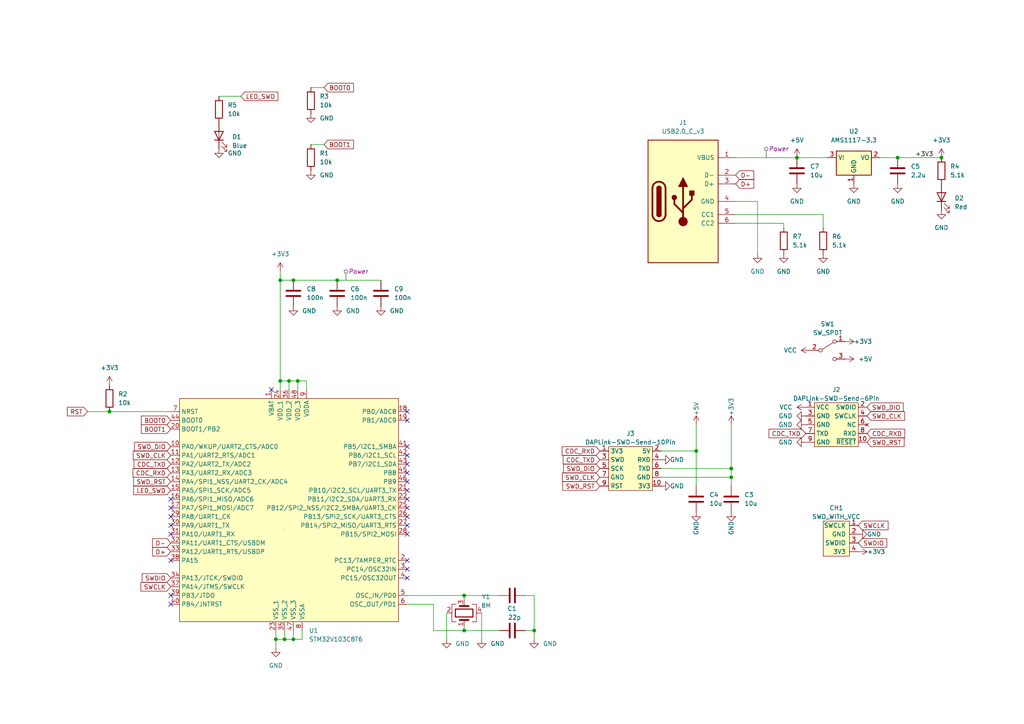
<source format=kicad_sch>
(kicad_sch (version 20230121) (generator eeschema)
  (paper "A4")
  (lib_symbols
    (symbol "$74th:DAPLink-SWD-Send-Side10Pin"
      (property "Reference" "J" (at 0 7.62 0))
      (property "Value" "DAPLink-SWD-Send-Side10Pin" (at 0 5.08 0))
      (symbol "DAPLink-SWD-Send-Side10Pin_0_1"
        (rectangle (start -6.35 3.81) (end 6.35 -8.89) (fill (type background)))
      )
      (symbol "DAPLink-SWD-Send-Side10Pin_1_1"
        (pin power_in line (at -8.89 2.54 0) (length 2.54) (name "3V3") (number "1"))
        (pin power_in line (at 8.89 -7.62 180) (length 2.54) (name "3V3") (number "10"))
        (pin power_in line (at 8.89 2.54 180) (length 2.54) (name "5V") (number "2"))
        (pin bidirectional line (at -8.89 0 0) (length 2.54) (name "SWD") (number "3"))
        (pin input line (at 8.89 0 180) (length 2.54) (name "RXD") (number "4"))
        (pin output line (at -8.89 -2.54 0) (length 2.54) (name "SCK") (number "5"))
        (pin output line (at 8.89 -2.54 180) (length 2.54) (name "TXD") (number "6"))
        (pin power_in line (at -8.89 -5.08 0) (length 2.54) (name "GND") (number "7"))
        (pin power_in line (at 8.89 -5.08 180) (length 2.54) (name "GND") (number "8"))
        (pin output line (at -8.89 -7.62 0) (length 2.54) (name "RST") (number "9"))
      )
    )
    (symbol "$74th:STM32F103C8T6"
      (property "Reference" "U" (at -24.13 25.4 0))
      (property "Value" "STM32V103C8T6" (at -24.13 27.94 0))
      (symbol "STM32F103C8T6_0_1"
        (rectangle (start -31.75 22.86) (end 31.75 -41.91) (stroke (width 0.1524)) (fill (type background)))
        (rectangle (start -1.27 -15.24) (end -1.27 -15.24) (stroke (width 0.1524)))
      )
      (symbol "STM32F103C8T6_1_1"
        (pin power_in line (at -5.08 25.4 270) (length 2.54) (name "VBAT") (number "1"))
        (pin bidirectional line (at -34.29 8.89 0) (length 2.54) (name "PA0/WKUP/UART2_CTS/ADC0") (number "10"))
        (pin bidirectional line (at -34.29 6.35 0) (length 2.54) (name "PA1/UART2_RTS/ADC1") (number "11"))
        (pin bidirectional line (at -34.29 3.81 0) (length 2.54) (name "PA2/UART2_TX/ADC2") (number "12"))
        (pin bidirectional line (at -34.29 1.27 0) (length 2.54) (name "PA3/UART2_RX/ADC3") (number "13"))
        (pin bidirectional line (at -34.29 -1.27 0) (length 2.54) (name "PA4/SPI1_NSS/UART2_CK/ADC4") (number "14"))
        (pin bidirectional line (at -34.29 -3.81 0) (length 2.54) (name "PA5/SPI1_SCK/ADC5") (number "15"))
        (pin bidirectional line (at -34.29 -6.35 0) (length 2.54) (name "PA6/SPI1_MISO/ADC6") (number "16"))
        (pin bidirectional line (at -34.29 -8.89 0) (length 2.54) (name "PA7/SPI1_MOSI/ADC7") (number "17"))
        (pin bidirectional line (at 34.29 19.05 180) (length 2.54) (name "PB0/ADC8") (number "18"))
        (pin bidirectional line (at 34.29 16.51 180) (length 2.54) (name "PB1/ADC9") (number "19"))
        (pin bidirectional line (at 34.29 -24.13 180) (length 2.54) (name "PC13/TAMPER_RTC") (number "2"))
        (pin bidirectional line (at -34.29 13.97 0) (length 2.54) (name "BOOT1/PB2") (number "20"))
        (pin bidirectional line (at 34.29 -3.81 180) (length 2.54) (name "PB10/I2C2_SCL/UART3_TX") (number "21"))
        (pin bidirectional line (at 34.29 -6.35 180) (length 2.54) (name "PB11/I2C2_SDA/UART3_RX") (number "22"))
        (pin power_in line (at -3.81 -44.45 90) (length 2.54) (name "VSS_1") (number "23"))
        (pin power_in line (at -2.54 25.4 270) (length 2.54) (name "VDD_1") (number "24"))
        (pin bidirectional line (at 34.29 -8.89 180) (length 2.54) (name "PB12/SPI2_NSS/I2C2_SMBA/UART3_CK") (number "25"))
        (pin bidirectional line (at 34.29 -11.43 180) (length 2.54) (name "PB13/SPI2_SCK/UART3_CTS") (number "26"))
        (pin bidirectional line (at 34.29 -13.97 180) (length 2.54) (name "PB14/SPI2_MISO/UART3_RTS") (number "27"))
        (pin bidirectional line (at 34.29 -16.51 180) (length 2.54) (name "PB15/SPI2_MOSI") (number "28"))
        (pin bidirectional line (at -34.29 -11.43 0) (length 2.54) (name "PA8/UART1_CK") (number "29"))
        (pin bidirectional line (at 34.29 -26.67 180) (length 2.54) (name "PC14/OSC32IN") (number "3"))
        (pin bidirectional line (at -34.29 -13.97 0) (length 2.54) (name "PA9/UART1_TX") (number "30"))
        (pin bidirectional line (at -34.29 -16.51 0) (length 2.54) (name "PA10/UART1_RX") (number "31"))
        (pin bidirectional line (at -34.29 -19.05 0) (length 2.54) (name "PA11/UART1_CTS/USBDM") (number "32"))
        (pin bidirectional line (at -34.29 -21.59 0) (length 2.54) (name "PA12/UART1_RTS/USBDP") (number "33"))
        (pin bidirectional line (at -34.29 -29.21 0) (length 2.54) (name "PA13/JTCK/SWDIO") (number "34"))
        (pin power_in line (at -1.27 -44.45 90) (length 2.54) (name "VSS_2") (number "35"))
        (pin power_in line (at 0 25.4 270) (length 2.54) (name "VDD_2") (number "36"))
        (pin bidirectional line (at -34.29 -31.75 0) (length 2.54) (name "PA14/JTMS/SWCLK") (number "37"))
        (pin bidirectional line (at -34.29 -24.13 0) (length 2.54) (name "PA15") (number "38"))
        (pin bidirectional line (at -34.29 -34.29 0) (length 2.54) (name "PB3/JTDO") (number "39"))
        (pin bidirectional line (at 34.29 -29.21 180) (length 2.54) (name "PC15/OSC32OUT") (number "4"))
        (pin bidirectional line (at -34.29 -36.83 0) (length 2.54) (name "PB4/JNTRST") (number "40"))
        (pin bidirectional line (at 34.29 8.89 180) (length 2.54) (name "PB5/I2C1_SMBA") (number "41"))
        (pin bidirectional line (at 34.29 6.35 180) (length 2.54) (name "PB6/I2C1_SCL") (number "42"))
        (pin bidirectional line (at 34.29 3.81 180) (length 2.54) (name "PB7/I2C1_SDA") (number "43"))
        (pin input line (at -34.29 16.51 0) (length 2.54) (name "BOOT0") (number "44"))
        (pin bidirectional line (at 34.29 1.27 180) (length 2.54) (name "PB8") (number "45"))
        (pin bidirectional line (at 34.29 -1.27 180) (length 2.54) (name "PB9") (number "46"))
        (pin power_in line (at 1.27 -44.45 90) (length 2.54) (name "VSS_3") (number "47"))
        (pin power_in line (at 2.54 25.4 270) (length 2.54) (name "VDD_3") (number "48"))
        (pin bidirectional line (at 34.29 -34.29 180) (length 2.54) (name "OSC_IN/PD0") (number "5"))
        (pin bidirectional line (at 34.29 -36.83 180) (length 2.54) (name "OSC_OUT/PD1") (number "6"))
        (pin input line (at -34.29 19.05 0) (length 2.54) (name "NRST") (number "7"))
        (pin input line (at 3.81 -44.45 90) (length 2.54) (name "VSSA") (number "8"))
        (pin input line (at 5.08 25.4 270) (length 2.54) (name "VDDA") (number "9"))
      )
    )
    (symbol "$74th:SWD-Debugger_Side-10Pin"
      (property "Reference" "J" (at 0 7.62 0))
      (property "Value" "SWD-Debugger_Side-10Pin" (at 0 5.08 0))
      (symbol "SWD-Debugger_Side-10Pin_0_1"
        (rectangle (start -6.35 3.81) (end 6.35 -8.89) (fill (type background)))
      )
      (symbol "SWD-Debugger_Side-10Pin_1_1"
        (pin power_in line (at -8.89 2.54 0) (length 2.54) (name "VCC") (number "1"))
        (pin bidirectional line (at 8.89 -7.62 180) (length 2.54) (name "~{RESET}") (number "10"))
        (pin bidirectional line (at 8.89 2.54 180) (length 2.54) (name "SWDIO") (number "2"))
        (pin power_in line (at -8.89 0 0) (length 2.54) (name "GND") (number "3"))
        (pin input line (at 8.89 0 180) (length 2.54) (name "SWCLK") (number "4"))
        (pin power_in line (at -8.89 -2.54 0) (length 2.54) (name "GND") (number "5"))
        (pin no_connect line (at 8.89 -2.54 180) (length 2.54) (name "NC") (number "6"))
        (pin output line (at -8.89 -5.08 0) (length 2.54) (name "TXD") (number "7"))
        (pin input line (at 8.89 -5.08 180) (length 2.54) (name "RXD") (number "8"))
        (pin power_in line (at -8.89 -7.62 0) (length 2.54) (name "GND") (number "9"))
      )
    )
    (symbol "$74th:SWD_WITH_VCC" (pin_names (offset 1.016))
      (property "Reference" "CH" (at 0 7.62 0))
      (property "Value" "SWD_WITH_VCC" (at 1.27 10.16 0))
      (symbol "SWD_WITH_VCC_0_1"
        (rectangle (start -3.81 6.35) (end 3.81 -3.81) (fill (type background)))
      )
      (symbol "SWD_WITH_VCC_1_1"
        (pin input line (at 6.35 5.08 180) (length 2.54) (name "SWCLK") (number "1"))
        (pin power_in line (at 6.35 2.54 180) (length 2.54) (name "GND") (number "2"))
        (pin input line (at 6.35 0 180) (length 2.54) (name "SWDIO") (number "3"))
        (pin power_in line (at 6.35 -2.54 180) (length 2.54) (name "3V3") (number "4"))
      )
    )
    (symbol "$74th:USB2.0_C_v3" (pin_names (offset 1.016))
      (property "Reference" "J" (at -10.16 19.05 0))
      (property "Value" "USB2.0_C_v3" (at 12.7 19.05 0))
      (symbol "USB2.0_C_v3_0_1"
        (rectangle (start -10.16 17.78) (end 10.16 -17.78) (stroke (width 0.254)) (fill (type background)))
        (arc (start -8.89 -3.81) (mid -6.985 -5.7067) (end -5.08 -3.81) (stroke (width 0.508)))
        (arc (start -7.62 -3.81) (mid -6.985 -4.4423) (end -6.35 -3.81) (stroke (width 0.254)))
        (arc (start -7.62 -3.81) (mid -6.985 -4.4423) (end -6.35 -3.81) (stroke (width 0.254)) (fill (type outline)))
        (rectangle (start -7.62 -3.81) (end -6.35 3.81) (stroke (width 0.254)) (fill (type outline)))
        (arc (start -6.35 3.81) (mid -6.985 4.4423) (end -7.62 3.81) (stroke (width 0.254)))
        (arc (start -6.35 3.81) (mid -6.985 4.4423) (end -7.62 3.81) (stroke (width 0.254)) (fill (type outline)))
        (arc (start -5.08 3.81) (mid -6.985 5.7067) (end -8.89 3.81) (stroke (width 0.508)))
        (circle (center -2.54 1.143) (radius 0.635) (stroke (width 0.254)) (fill (type outline)))
        (circle (center 0 -5.842) (radius 1.27) (fill (type outline)))
        (polyline (pts (xy -8.89 -3.81) (xy -8.89 3.81)) (stroke (width 0.508)))
        (polyline (pts (xy -5.08 3.81) (xy -5.08 -3.81)) (stroke (width 0.508)))
        (polyline (pts (xy 0 -5.842) (xy 0 4.318)) (stroke (width 0.508)))
        (polyline (pts (xy 0 -3.302) (xy -2.54 -0.762) (xy -2.54 0.508)) (stroke (width 0.508)))
        (polyline (pts (xy 0 -2.032) (xy 2.54 0.508) (xy 2.54 1.778)) (stroke (width 0.508)))
        (polyline (pts (xy -1.27 4.318) (xy 0 6.858) (xy 1.27 4.318) (xy -1.27 4.318)) (stroke (width 0.254)) (fill (type outline)))
        (rectangle (start 1.905 1.778) (end 3.175 3.048) (stroke (width 0.254)) (fill (type outline)))
      )
      (symbol "USB2.0_C_v3_1_1"
        (pin power_out line (at 15.24 12.7 180) (length 5.08) (name "VBUS") (number "1"))
        (pin bidirectional line (at 15.24 7.62 180) (length 5.08) (name "D-") (number "2"))
        (pin bidirectional line (at 15.24 5.08 180) (length 5.08) (name "D+") (number "3"))
        (pin power_out line (at 15.24 0 180) (length 5.08) (name "GND") (number "4"))
        (pin bidirectional line (at 15.24 -3.81 180) (length 5.08) (name "CC1") (number "5"))
        (pin bidirectional line (at 15.24 -6.35 180) (length 5.08) (name "CC2") (number "6"))
      )
    )
    (symbol "Device:C" (pin_numbers hide) (pin_names (offset 0.254))
      (property "Reference" "C" (at 0.635 2.54 0))
      (property "Value" "C" (at 0.635 -2.54 0))
      (symbol "C_0_1"
        (polyline (pts (xy -2.032 -0.762) (xy 2.032 -0.762)) (stroke (width 0.508)))
        (polyline (pts (xy -2.032 0.762) (xy 2.032 0.762)) (stroke (width 0.508)))
      )
      (symbol "C_1_1"
        (pin passive line (at 0 3.81 270) (length 2.794) (name "~") (number "1"))
        (pin passive line (at 0 -3.81 90) (length 2.794) (name "~") (number "2"))
      )
    )
    (symbol "Device:Crystal_GND24" (pin_names (offset 1.016) hide)
      (property "Reference" "Y" (at 3.175 5.08 0))
      (property "Value" "Crystal_GND24" (at 3.175 3.175 0))
      (symbol "Crystal_GND24_0_1"
        (rectangle (start -1.143 2.54) (end 1.143 -2.54) (stroke (width 0.3048)))
        (polyline (pts (xy -2.54 0) (xy -2.032 0)))
        (polyline (pts (xy -2.032 -1.27) (xy -2.032 1.27)) (stroke (width 0.508)))
        (polyline (pts (xy 0 -3.81) (xy 0 -3.556)))
        (polyline (pts (xy 0 3.556) (xy 0 3.81)))
        (polyline (pts (xy 2.032 -1.27) (xy 2.032 1.27)) (stroke (width 0.508)))
        (polyline (pts (xy 2.032 0) (xy 2.54 0)))
        (polyline (pts (xy -2.54 -2.286) (xy -2.54 -3.556) (xy 2.54 -3.556) (xy 2.54 -2.286)))
        (polyline (pts (xy -2.54 2.286) (xy -2.54 3.556) (xy 2.54 3.556) (xy 2.54 2.286)))
      )
      (symbol "Crystal_GND24_1_1"
        (pin passive line (at -3.81 0 0) (length 1.27) (name "1") (number "1"))
        (pin passive line (at 0 5.08 270) (length 1.27) (name "2") (number "2"))
        (pin passive line (at 3.81 0 180) (length 1.27) (name "3") (number "3"))
        (pin passive line (at 0 -5.08 90) (length 1.27) (name "4") (number "4"))
      )
    )
    (symbol "Device:LED" (pin_numbers hide) (pin_names (offset 1.016) hide)
      (property "Reference" "D" (at 0 2.54 0))
      (property "Value" "LED" (at 0 -2.54 0))
      (symbol "LED_0_1"
        (polyline (pts (xy -1.27 -1.27) (xy -1.27 1.27)) (stroke (width 0.254)))
        (polyline (pts (xy -1.27 0) (xy 1.27 0)))
        (polyline (pts (xy 1.27 -1.27) (xy 1.27 1.27) (xy -1.27 0) (xy 1.27 -1.27)) (stroke (width 0.254)))
        (polyline (pts (xy -3.048 -0.762) (xy -4.572 -2.286) (xy -3.81 -2.286) (xy -4.572 -2.286) (xy -4.572 -1.524)))
        (polyline (pts (xy -1.778 -0.762) (xy -3.302 -2.286) (xy -2.54 -2.286) (xy -3.302 -2.286) (xy -3.302 -1.524)))
      )
      (symbol "LED_1_1"
        (pin passive line (at -3.81 0 0) (length 2.54) (name "K") (number "1"))
        (pin passive line (at 3.81 0 180) (length 2.54) (name "A") (number "2"))
      )
    )
    (symbol "Device:R" (pin_numbers hide) (pin_names (offset 0))
      (property "Reference" "R" (at 2.032 0 90))
      (property "Value" "R" (at 0 0 90))
      (symbol "R_0_1"
        (rectangle (start -1.016 -2.54) (end 1.016 2.54) (stroke (width 0.254)))
      )
      (symbol "R_1_1"
        (pin passive line (at 0 3.81 270) (length 1.27) (name "~") (number "1"))
        (pin passive line (at 0 -3.81 90) (length 1.27) (name "~") (number "2"))
      )
    )
    (symbol "Regulator_Linear:AMS1117-3.3"
      (property "Reference" "U" (at -3.81 3.175 0))
      (property "Value" "AMS1117-3.3" (at 0 3.175 0))
      (symbol "AMS1117-3.3_0_1"
        (rectangle (start -5.08 -5.08) (end 5.08 1.905) (stroke (width 0.254)) (fill (type background)))
      )
      (symbol "AMS1117-3.3_1_1"
        (pin power_in line (at 0 -7.62 90) (length 2.54) (name "GND") (number "1"))
        (pin power_out line (at 7.62 0 180) (length 2.54) (name "VO") (number "2"))
        (pin power_in line (at -7.62 0 0) (length 2.54) (name "VI") (number "3"))
      )
    )
    (symbol "Switch:SW_SPDT" (pin_names (offset 0) hide)
      (property "Reference" "SW" (at 0 4.318 0))
      (property "Value" "SW_SPDT" (at 0 -5.08 0))
      (symbol "SW_SPDT_0_0"
        (circle (center -2.032 0) (radius 0.508))
        (circle (center 2.032 -2.54) (radius 0.508))
      )
      (symbol "SW_SPDT_0_1"
        (polyline (pts (xy -1.524 0.254) (xy 1.651 2.286)))
        (circle (center 2.032 2.54) (radius 0.508))
      )
      (symbol "SW_SPDT_1_1"
        (pin passive line (at 5.08 2.54 180) (length 2.54) (name "A") (number "1"))
        (pin passive line (at -5.08 0 0) (length 2.54) (name "B") (number "2"))
        (pin passive line (at 5.08 -2.54 180) (length 2.54) (name "C") (number "3"))
      )
    )
    (symbol "power:+3V3" (power) (pin_names (offset 0))
      (property "Value" "+3V3" (at 0 3.556 0))
      (symbol "+3V3_0_1"
        (polyline (pts (xy -0.762 1.27) (xy 0 2.54)))
        (polyline (pts (xy 0 0) (xy 0 2.54)))
        (polyline (pts (xy 0 2.54) (xy 0.762 1.27)))
      )
      (symbol "+3V3_1_1"
        (pin power_in line (at 0 0 90) (length 0) hide (name "+3V3") (number "1"))
      )
    )
    (symbol "power:+5V" (power) (pin_names (offset 0))
      (property "Value" "+5V" (at 0 3.556 0))
      (symbol "+5V_0_1"
        (polyline (pts (xy -0.762 1.27) (xy 0 2.54)))
        (polyline (pts (xy 0 0) (xy 0 2.54)))
        (polyline (pts (xy 0 2.54) (xy 0.762 1.27)))
      )
      (symbol "+5V_1_1"
        (pin power_in line (at 0 0 90) (length 0) hide (name "+5V") (number "1"))
      )
    )
    (symbol "power:GND" (power) (pin_names (offset 0))
      (property "Value" "GND" (at 0 -3.81 0))
      (symbol "GND_0_1"
        (polyline (pts (xy 0 0) (xy 0 -1.27) (xy 1.27 -1.27) (xy 0 -2.54) (xy -1.27 -1.27) (xy 0 -1.27)))
      )
      (symbol "GND_1_1"
        (pin power_in line (at 0 0 270) (length 0) hide (name "GND") (number "1"))
      )
    )
    (symbol "power:VCC" (power) (pin_names (offset 0))
      (property "Value" "VCC" (at 0 3.81 0))
      (symbol "VCC_0_1"
        (polyline (pts (xy -0.762 1.27) (xy 0 2.54)))
        (polyline (pts (xy 0 0) (xy 0 2.54)))
        (polyline (pts (xy 0 2.54) (xy 0.762 1.27)))
      )
      (symbol "VCC_1_1"
        (pin power_in line (at 0 0 90) (length 0) hide (name "VCC") (number "1"))
      )
    )
  )
  (junction (at 83.82 110.49))
  (junction (at 212.09 138.43))
  (junction (at 273.05 45.72))
  (junction (at 201.93 130.81))
  (junction (at 212.09 135.89))
  (junction (at 97.79 81.28))
  (junction (at 154.94 182.88))
  (junction (at 82.55 185.42))
  (junction (at 81.28 81.28))
  (junction (at 260.35 45.72))
  (junction (at 81.28 110.49))
  (junction (at 31.75 119.38))
  (junction (at 231.14 45.72))
  (junction (at 134.62 172.72))
  (junction (at 85.09 81.28))
  (junction (at 86.36 110.49))
  (junction (at 80.01 185.42))
  (junction (at 134.62 182.88))
  (junction (at 85.09 185.42))
  (no_connect (at 118.11 167.64))
  (no_connect (at 118.11 137.16))
  (no_connect (at 118.11 134.62))
  (no_connect (at 118.11 154.94))
  (no_connect (at 49.53 144.78))
  (no_connect (at 49.53 149.86))
  (no_connect (at 118.11 129.54))
  (no_connect (at 118.11 132.08))
  (no_connect (at 118.11 149.86))
  (no_connect (at 49.53 172.72))
  (no_connect (at 49.53 175.26))
  (no_connect (at 118.11 121.92))
  (no_connect (at 118.11 119.38))
  (no_connect (at 118.11 142.24))
  (no_connect (at 118.11 147.32))
  (no_connect (at 118.11 165.1))
  (no_connect (at 118.11 152.4))
  (no_connect (at 49.53 162.56))
  (no_connect (at 118.11 162.56))
  (no_connect (at 49.53 154.94))
  (no_connect (at 49.53 147.32))
  (no_connect (at 49.53 152.4))
  (no_connect (at 78.74 113.03))
  (no_connect (at 118.11 144.78))
  (no_connect (at 118.11 139.7))
  (wire (pts (xy 139.7 177.8) (xy 139.7 185.42)))
  (wire (pts (xy 231.14 45.72) (xy 240.03 45.72)))
  (wire (pts (xy 134.62 172.72) (xy 144.78 172.72)))
  (wire (pts (xy 85.09 182.88) (xy 85.09 185.42)))
  (wire (pts (xy 125.73 175.26) (xy 125.73 182.88)))
  (wire (pts (xy 81.28 110.49) (xy 81.28 113.03)))
  (wire (pts (xy 238.76 62.23) (xy 238.76 66.04)))
  (wire (pts (xy 87.63 185.42) (xy 85.09 185.42)))
  (wire (pts (xy 86.36 110.49) (xy 83.82 110.49)))
  (wire (pts (xy 63.5 27.94) (xy 69.85 27.94)))
  (wire (pts (xy 83.82 110.49) (xy 83.82 113.03)))
  (wire (pts (xy 260.35 45.72) (xy 273.05 45.72)))
  (wire (pts (xy 212.09 138.43) (xy 212.09 140.97)))
  (wire (pts (xy 88.9 113.03) (xy 88.9 110.49)))
  (wire (pts (xy 118.11 175.26) (xy 125.73 175.26)))
  (wire (pts (xy 125.73 182.88) (xy 134.62 182.88)))
  (wire (pts (xy 154.94 182.88) (xy 152.4 182.88)))
  (wire (pts (xy 83.82 110.49) (xy 81.28 110.49)))
  (wire (pts (xy 80.01 185.42) (xy 80.01 187.96)))
  (wire (pts (xy 255.27 45.72) (xy 260.35 45.72)))
  (wire (pts (xy 201.93 130.81) (xy 191.77 130.81)))
  (wire (pts (xy 85.09 81.28) (xy 97.79 81.28)))
  (wire (pts (xy 25.4 119.38) (xy 31.75 119.38)))
  (wire (pts (xy 213.36 62.23) (xy 238.76 62.23)))
  (wire (pts (xy 154.94 185.42) (xy 154.94 182.88)))
  (wire (pts (xy 31.75 119.38) (xy 49.53 119.38)))
  (wire (pts (xy 134.62 172.72) (xy 134.62 173.99)))
  (wire (pts (xy 81.28 81.28) (xy 85.09 81.28)))
  (wire (pts (xy 212.09 135.89) (xy 191.77 135.89)))
  (wire (pts (xy 212.09 135.89) (xy 212.09 138.43)))
  (wire (pts (xy 213.36 45.72) (xy 231.14 45.72)))
  (wire (pts (xy 213.36 64.77) (xy 227.33 64.77)))
  (wire (pts (xy 227.33 64.77) (xy 227.33 66.04)))
  (wire (pts (xy 97.79 81.28) (xy 110.49 81.28)))
  (wire (pts (xy 129.54 177.8) (xy 129.54 185.42)))
  (wire (pts (xy 219.71 58.42) (xy 219.71 73.66)))
  (wire (pts (xy 86.36 110.49) (xy 86.36 113.03)))
  (wire (pts (xy 90.17 25.4) (xy 93.98 25.4)))
  (wire (pts (xy 134.62 181.61) (xy 134.62 182.88)))
  (wire (pts (xy 134.62 182.88) (xy 144.78 182.88)))
  (wire (pts (xy 80.01 182.88) (xy 80.01 185.42)))
  (wire (pts (xy 191.77 138.43) (xy 212.09 138.43)))
  (wire (pts (xy 82.55 185.42) (xy 80.01 185.42)))
  (wire (pts (xy 118.11 172.72) (xy 134.62 172.72)))
  (wire (pts (xy 201.93 123.19) (xy 201.93 130.81)))
  (wire (pts (xy 82.55 182.88) (xy 82.55 185.42)))
  (wire (pts (xy 90.17 41.91) (xy 93.98 41.91)))
  (wire (pts (xy 85.09 185.42) (xy 82.55 185.42)))
  (wire (pts (xy 154.94 172.72) (xy 154.94 182.88)))
  (wire (pts (xy 201.93 130.81) (xy 201.93 140.97)))
  (wire (pts (xy 212.09 123.19) (xy 212.09 135.89)))
  (wire (pts (xy 81.28 81.28) (xy 81.28 110.49)))
  (wire (pts (xy 213.36 58.42) (xy 219.71 58.42)))
  (wire (pts (xy 87.63 182.88) (xy 87.63 185.42)))
  (wire (pts (xy 86.36 110.49) (xy 88.9 110.49)))
  (wire (pts (xy 81.28 78.74) (xy 81.28 81.28)))
  (wire (pts (xy 154.94 172.72) (xy 152.4 172.72)))
  (label "+3V3" (at 265.43 45.72 0))
  (global_label "SWD_CLK" (shape input) (at 251.46 120.65 0) (property "Intersheetrefs" "${INTERSHEET_REFS}" (effects hide)) (property "シート間のリファレンス" "${INTERSHEET_REFS}" (effects hide)))
  (global_label "D+" (shape input) (at 49.53 160.02 180) (property "Intersheetrefs" "${INTERSHEET_REFS}" (effects hide)) (property "シート間のリファレンス" "${INTERSHEET_REFS}" (effects hide)))
  (global_label "BOOT0" (shape input) (at 93.98 25.4 0) (property "Intersheetrefs" "${INTERSHEET_REFS}" (effects hide)) (property "シート間のリファレンス" "${INTERSHEET_REFS}" (effects hide)))
  (global_label "BOOT1" (shape input) (at 49.53 124.46 180) (property "Intersheetrefs" "${INTERSHEET_REFS}" (effects hide)) (property "シート間のリファレンス" "${INTERSHEET_REFS}" (effects hide)))
  (global_label "SWDIO" (shape input) (at 248.92 157.48 0) (property "Intersheetrefs" "${INTERSHEET_REFS}" (effects hide)))
  (global_label "CDC_RXD" (shape input) (at 251.46 125.73 0) (property "Intersheetrefs" "${INTERSHEET_REFS}" (effects hide)) (property "シート間のリファレンス" "${INTERSHEET_REFS}" (effects hide)))
  (global_label "BOOT0" (shape input) (at 49.53 121.92 180) (property "Intersheetrefs" "${INTERSHEET_REFS}" (effects hide)) (property "シート間のリファレンス" "${INTERSHEET_REFS}" (effects hide)))
  (global_label "LED_SWD" (shape input) (at 49.53 142.24 180) (property "Intersheetrefs" "${INTERSHEET_REFS}" (effects hide)) (property "シート間のリファレンス" "${INTERSHEET_REFS}" (effects hide)))
  (global_label "CDC_TXD" (shape input) (at 49.53 134.62 180) (property "Intersheetrefs" "${INTERSHEET_REFS}" (effects hide)) (property "シート間のリファレンス" "${INTERSHEET_REFS}" (effects hide)))
  (global_label "CDC_RXD" (shape input) (at 173.99 130.81 180) (property "Intersheetrefs" "${INTERSHEET_REFS}" (effects hide)) (property "シート間のリファレンス" "${INTERSHEET_REFS}" (effects hide)))
  (global_label "SWD_DIO" (shape input) (at 173.99 135.89 180) (property "Intersheetrefs" "${INTERSHEET_REFS}" (effects hide)) (property "シート間のリファレンス" "${INTERSHEET_REFS}" (effects hide)))
  (global_label "SWD_DIO" (shape input) (at 49.53 129.54 180) (property "Intersheetrefs" "${INTERSHEET_REFS}" (effects hide)) (property "シート間のリファレンス" "${INTERSHEET_REFS}" (effects hide)))
  (global_label "SWD_RST" (shape input) (at 49.53 139.7 180) (property "Intersheetrefs" "${INTERSHEET_REFS}" (effects hide)) (property "シート間のリファレンス" "${INTERSHEET_REFS}" (effects hide)))
  (global_label "CDC_RXD" (shape input) (at 49.53 137.16 180) (property "Intersheetrefs" "${INTERSHEET_REFS}" (effects hide)) (property "シート間のリファレンス" "${INTERSHEET_REFS}" (effects hide)))
  (global_label "BOOT1" (shape input) (at 93.98 41.91 0) (property "Intersheetrefs" "${INTERSHEET_REFS}" (effects hide)) (property "シート間のリファレンス" "${INTERSHEET_REFS}" (effects hide)))
  (global_label "SWD_DIO" (shape input) (at 251.46 118.11 0) (property "Intersheetrefs" "${INTERSHEET_REFS}" (effects hide)) (property "シート間のリファレンス" "${INTERSHEET_REFS}" (effects hide)))
  (global_label "SWCLK" (shape input) (at 49.53 170.18 180) (property "Intersheetrefs" "${INTERSHEET_REFS}" (effects hide)))
  (global_label "LED_SWD" (shape input) (at 69.85 27.94 0) (property "Intersheetrefs" "${INTERSHEET_REFS}" (effects hide)) (property "シート間のリファレンス" "${INTERSHEET_REFS}" (effects hide)))
  (global_label "SWD_CLK" (shape input) (at 49.53 132.08 180) (property "Intersheetrefs" "${INTERSHEET_REFS}" (effects hide)) (property "シート間のリファレンス" "${INTERSHEET_REFS}" (effects hide)))
  (global_label "SWCLK" (shape input) (at 248.92 152.4 0) (property "Intersheetrefs" "${INTERSHEET_REFS}" (effects hide)))
  (global_label "CDC_TXD" (shape input) (at 173.99 133.35 180) (property "Intersheetrefs" "${INTERSHEET_REFS}" (effects hide)) (property "シート間のリファレンス" "${INTERSHEET_REFS}" (effects hide)))
  (global_label "D-" (shape input) (at 49.53 157.48 180) (property "Intersheetrefs" "${INTERSHEET_REFS}" (effects hide)) (property "シート間のリファレンス" "${INTERSHEET_REFS}" (effects hide)))
  (global_label "RST" (shape input) (at 25.4 119.38 180) (property "Intersheetrefs" "${INTERSHEET_REFS}" (effects hide)) (property "シート間のリファレンス" "${INTERSHEET_REFS}" (effects hide)))
  (global_label "D+" (shape input) (at 213.36 53.34 0) (property "Intersheetrefs" "${INTERSHEET_REFS}" (effects hide)) (property "シート間のリファレンス" "${INTERSHEET_REFS}" (effects hide)))
  (global_label "SWD_CLK" (shape input) (at 173.99 138.43 180) (property "Intersheetrefs" "${INTERSHEET_REFS}" (effects hide)) (property "シート間のリファレンス" "${INTERSHEET_REFS}" (effects hide)))
  (global_label "SWDIO" (shape input) (at 49.53 167.64 180) (property "Intersheetrefs" "${INTERSHEET_REFS}" (effects hide)))
  (global_label "CDC_TXD" (shape input) (at 233.68 125.73 180) (property "Intersheetrefs" "${INTERSHEET_REFS}" (effects hide)) (property "シート間のリファレンス" "${INTERSHEET_REFS}" (effects hide)))
  (global_label "SWD_RST" (shape input) (at 173.99 140.97 180) (property "Intersheetrefs" "${INTERSHEET_REFS}" (effects hide)) (property "シート間のリファレンス" "${INTERSHEET_REFS}" (effects hide)))
  (global_label "D-" (shape input) (at 213.36 50.8 0) (property "Intersheetrefs" "${INTERSHEET_REFS}" (effects hide)) (property "シート間のリファレンス" "${INTERSHEET_REFS}" (effects hide)))
  (global_label "SWD_RST" (shape input) (at 251.46 128.27 0) (property "Intersheetrefs" "${INTERSHEET_REFS}" (effects hide)) (property "シート間のリファレンス" "${INTERSHEET_REFS}" (effects hide)))
  (netclass_flag "" (length 2.54) (shape round) (at 100.33 81.28 0) (property "Netclass" "Power" (at 101.0285 78.74 0) (effects (font italic) (justify left))))
  (netclass_flag "" (length 2.54) (shape round) (at 222.25 45.72 0) (property "Netclass" "Power" (at 222.9485 43.18 0) (effects (font italic) (justify left))))
  (symbol (lib_id "Device:R") (at 238.76 69.85 0) (unit 1)
    (property "Reference" "R6" (at 241.3 68.5799 0) (effects (justify left)))
    (property "Value" "5.1k" (at 241.3 71.1199 0) (effects (justify left)))
    (property "Footprint" "$74th:Register_0603_1608" (effects hide))
  )
  (symbol (lib_id "power:+3V3") (at 248.92 160.02 270) (unit 1)
    (property "Reference" "#PWR05" (effects hide))
    (property "Value" "+3V3" (at 251.46 160.02 90) (effects (justify left)))
  )
  (symbol (lib_id "power:GND") (at 233.68 123.19 270) (unit 1)
    (property "Reference" "#PWR07" (effects hide))
    (property "Value" "GND" (at 229.87 123.19 90) (effects (justify right)))
  )
  (symbol (lib_id "power:GND") (at 233.68 120.65 270) (unit 1)
    (property "Reference" "#PWR012" (effects hide))
    (property "Value" "GND" (at 229.87 120.65 90) (effects (justify right)))
  )
  (symbol (lib_id "Device:C") (at 201.93 144.78 0) (unit 1)
    (property "Reference" "C4" (at 205.74 143.5099 0) (effects (justify left)))
    (property "Value" "10u" (at 205.74 146.0499 0) (effects (justify left)))
    (property "Footprint" "$74th:Capacitor_0603_1608" (effects hide))
  )
  (symbol (lib_id "power:VCC") (at 233.68 118.11 90) (unit 1)
    (property "Reference" "#PWR02" (effects hide))
    (property "Value" "VCC" (at 229.87 118.11 90) (effects (justify left)))
  )
  (symbol (lib_id "Device:C") (at 212.09 144.78 0) (unit 1)
    (property "Reference" "C3" (at 215.9 143.5099 0) (effects (justify left)))
    (property "Value" "10u" (at 215.9 146.0499 0) (effects (justify left)))
    (property "Footprint" "$74th:Capacitor_0603_1608" (effects hide))
  )
  (symbol (lib_id "power:+3V3") (at 212.09 123.19 0) (unit 1)
    (property "Reference" "#PWR029" (effects hide))
    (property "Value" "+3V3" (at 212.09 120.65 90) (effects (justify left)))
  )
  (symbol (lib_id "Switch:SW_SPDT") (at 240.03 101.6 0) (unit 1)
    (property "Reference" "SW1" (at 240.03 93.98 0))
    (property "Value" "SW_SPDT" (at 240.03 96.52 0))
    (property "Footprint" "$74th:Slide_Switch" (effects hide))
  )
  (symbol (lib_id "$74th:SWD-Debugger_Side-10Pin") (at 242.57 120.65 0) (unit 1)
    (property "Reference" "J2" (at 242.57 113.03 0))
    (property "Value" "DAPLink-SWD-Send-6Pin" (at 242.57 115.57 0))
    (property "Footprint" "$74th:BoxPinHeader_2x05_P1.27mm_Vertical" (effects hide))
  )
  (symbol (lib_id "$74th:SWD_WITH_VCC") (at 242.57 157.48 0) (unit 1)
    (property "Reference" "CH1" (at 242.57 147.32 0))
    (property "Value" "SWD_WITH_VCC" (at 242.57 149.86 0))
    (property "Footprint" "$74th:SWD-4Pin" (effects hide))
  )
  (symbol (lib_id "Device:C") (at 110.49 85.09 0) (unit 1)
    (property "Reference" "C9" (at 114.3 83.8199 0) (effects (justify left)))
    (property "Value" "100n" (at 114.3 86.3599 0) (effects (justify left)))
    (property "Footprint" "$74th:Capacitor_0603_1608" (effects hide))
  )
  (symbol (lib_id "power:GND") (at 247.65 53.34 0) (unit 1)
    (property "Reference" "#PWR024" (effects hide))
    (property "Value" "GND" (at 247.65 58.42 0))
  )
  (symbol (lib_id "power:VCC") (at 234.95 101.6 90) (unit 1)
    (property "Reference" "#PWR036" (effects hide))
    (property "Value" "VCC" (at 231.14 101.6 90) (effects (justify left)))
  )
  (symbol (lib_id "power:GND") (at 219.71 73.66 0) (unit 1)
    (property "Reference" "#PWR019" (effects hide))
    (property "Value" "GND" (at 219.71 78.74 0))
  )
  (symbol (lib_id "power:GND") (at 191.77 140.97 90) (unit 1)
    (property "Reference" "#PWR017" (effects hide))
    (property "Value" "GND" (at 194.31 140.97 90) (effects (justify right)))
  )
  (symbol (lib_id "power:GND") (at 191.77 133.35 90) (unit 1)
    (property "Reference" "#PWR04" (effects hide))
    (property "Value" "GND" (at 194.31 133.35 90) (effects (justify right)))
  )
  (symbol (lib_id "Device:C") (at 85.09 85.09 0) (unit 1)
    (property "Reference" "C8" (at 88.9 83.8199 0) (effects (justify left)))
    (property "Value" "100n" (at 88.9 86.3599 0) (effects (justify left)))
    (property "Footprint" "$74th:Capacitor_0603_1608" (effects hide))
  )
  (symbol (lib_id "Device:C") (at 260.35 49.53 0) (unit 1)
    (property "Reference" "C5" (at 264.16 48.2599 0) (effects (justify left)))
    (property "Value" "2.2u" (at 264.16 50.7999 0) (effects (justify left)))
    (property "Footprint" "$74th:Capacitor_0603_1608" (effects hide))
  )
  (symbol (lib_id "power:GND") (at 227.33 73.66 0) (unit 1)
    (property "Reference" "#PWR020" (effects hide))
    (property "Value" "GND" (at 227.33 78.74 0))
  )
  (symbol (lib_id "$74th:STM32F103C8T6") (at 83.82 138.43 0) (unit 1)
    (property "Reference" "U1" (at 89.5859 182.88 0) (effects (justify left)))
    (property "Value" "STM32V103C8T6" (at 89.5859 185.42 0) (effects (justify left)))
    (property "Footprint" "Package_QFP:LQFP-48_7x7mm_P0.5mm" (effects hide))
  )
  (symbol (lib_id "power:+3V3") (at 81.28 78.74 0) (unit 1)
    (property "Reference" "#PWR010" (effects hide))
    (property "Value" "+3V3" (at 81.28 73.66 0))
  )
  (symbol (lib_id "power:GND") (at 233.68 128.27 270) (unit 1)
    (property "Reference" "#PWR030" (effects hide))
    (property "Value" "GND" (at 229.87 128.27 90) (effects (justify right)))
  )
  (symbol (lib_id "power:GND") (at 231.14 53.34 0) (unit 1)
    (property "Reference" "#PWR022" (effects hide))
    (property "Value" "GND" (at 231.14 58.42 0))
  )
  (symbol (lib_id "power:GND") (at 80.01 187.96 0) (unit 1)
    (property "Reference" "#PWR09" (effects hide))
    (property "Value" "GND" (at 80.01 193.04 0))
  )
  (symbol (lib_id "Device:R") (at 63.5 31.75 0) (unit 1)
    (property "Reference" "R5" (at 66.04 30.4799 0) (effects (justify left)))
    (property "Value" "10k" (at 66.04 33.0199 0) (effects (justify left)))
    (property "Footprint" "$74th:Register_0603_1608" (effects hide))
  )
  (symbol (lib_id "power:GND") (at 212.09 148.59 0) (unit 1)
    (property "Reference" "#PWR031" (effects hide))
    (property "Value" "GND" (at 212.09 151.13 90) (effects (justify right)))
  )
  (symbol (lib_id "power:GND") (at 154.94 185.42 0) (unit 1)
    (property "Reference" "#PWR018" (effects hide))
    (property "Value" "GND" (at 157.48 186.6899 0) (effects (justify left)))
  )
  (symbol (lib_id "power:GND") (at 97.79 88.9 0) (unit 1)
    (property "Reference" "#PWR013" (effects hide))
    (property "Value" "GND" (at 100.33 90.1699 0) (effects (justify left)))
  )
  (symbol (lib_id "power:+3V3") (at 31.75 111.76 0) (unit 1)
    (property "Reference" "#PWR06" (effects hide))
    (property "Value" "+3V3" (at 31.75 106.68 0))
  )
  (symbol (lib_id "Device:R") (at 90.17 29.21 0) (unit 1)
    (property "Reference" "R3" (at 92.71 27.9399 0) (effects (justify left)))
    (property "Value" "10k" (at 92.71 30.4799 0) (effects (justify left)))
    (property "Footprint" "$74th:Register_0603_1608" (effects hide))
  )
  (symbol (lib_id "Device:R") (at 90.17 45.72 0) (unit 1)
    (property "Reference" "R1" (at 92.71 44.4499 0) (effects (justify left)))
    (property "Value" "10k" (at 92.71 46.9899 0) (effects (justify left)))
    (property "Footprint" "$74th:Register_0603_1608" (effects hide))
  )
  (symbol (lib_id "power:+5V") (at 231.14 45.72 0) (unit 1)
    (property "Reference" "#PWR021" (effects hide))
    (property "Value" "+5V" (at 231.14 40.64 0))
  )
  (symbol (lib_id "power:+5V") (at 201.93 123.19 0) (unit 1)
    (property "Reference" "#PWR01" (effects hide))
    (property "Value" "+5V" (at 201.93 120.65 90) (effects (justify left)))
  )
  (symbol (lib_id "power:GND") (at 129.54 185.42 0) (unit 1)
    (property "Reference" "#PWR015" (effects hide))
    (property "Value" "GND" (at 132.08 186.6899 0) (effects (justify left)))
  )
  (symbol (lib_id "Device:R") (at 31.75 115.57 0) (unit 1)
    (property "Reference" "R2" (at 34.29 114.2999 0) (effects (justify left)))
    (property "Value" "10k" (at 34.29 116.8399 0) (effects (justify left)))
    (property "Footprint" "$74th:Register_0603_1608" (effects hide))
  )
  (symbol (lib_id "Device:R") (at 273.05 49.53 0) (unit 1)
    (property "Reference" "R4" (at 275.59 48.2599 0) (effects (justify left)))
    (property "Value" "5.1k" (at 275.59 50.7999 0) (effects (justify left)))
    (property "Footprint" "$74th:Register_0603_1608" (effects hide))
  )
  (symbol (lib_id "power:GND") (at 85.09 88.9 0) (unit 1)
    (property "Reference" "#PWR011" (effects hide))
    (property "Value" "GND" (at 87.63 90.1699 0) (effects (justify left)))
  )
  (symbol (lib_id "power:GND") (at 110.49 88.9 0) (unit 1)
    (property "Reference" "#PWR014" (effects hide))
    (property "Value" "GND" (at 113.03 90.1699 0) (effects (justify left)))
  )
  (symbol (lib_id "power:GND") (at 260.35 53.34 0) (unit 1)
    (property "Reference" "#PWR025" (effects hide))
    (property "Value" "GND" (at 260.35 58.42 0))
  )
  (symbol (lib_id "Device:LED") (at 63.5 39.37 90) (unit 1)
    (property "Reference" "D1" (at 67.31 39.6874 90) (effects (justify right)))
    (property "Value" "Blue" (at 67.31 42.2274 90) (effects (justify right)))
    (property "Footprint" "$74th:LED_0805_2012Metric_Pad1.15x1.40mm_HandSolder" (effects hide))
  )
  (symbol (lib_id "Device:C") (at 97.79 85.09 0) (unit 1)
    (property "Reference" "C6" (at 101.6 83.8199 0) (effects (justify left)))
    (property "Value" "100n" (at 101.6 86.3599 0) (effects (justify left)))
    (property "Footprint" "$74th:Capacitor_0603_1608" (effects hide))
  )
  (symbol (lib_id "Device:Crystal_GND24") (at 134.62 177.8 90) (unit 1)
    (property "Reference" "Y1" (at 140.97 173.101 90))
    (property "Value" "8M" (at 140.97 175.641 90))
    (property "Footprint" "$74th:Crystal_SMD_3225-4Pin_3.2x2.5mm_HandSoldering" (effects hide))
  )
  (symbol (lib_id "Device:C") (at 148.59 182.88 90) (unit 1)
    (property "Reference" "C1" (at 149.86 176.53 90) (effects (justify left)))
    (property "Value" "22p" (at 151.13 179.07 90) (effects (justify left)))
    (property "Footprint" "$74th:Capacitor_0603_1608" (effects hide))
  )
  (symbol (lib_id "Device:R") (at 227.33 69.85 0) (unit 1)
    (property "Reference" "R7" (at 229.87 68.5799 0) (effects (justify left)))
    (property "Value" "5.1k" (at 229.87 71.1199 0) (effects (justify left)))
    (property "Footprint" "$74th:Register_0603_1608" (effects hide))
  )
  (symbol (lib_id "power:GND") (at 90.17 49.53 0) (unit 1)
    (property "Reference" "#PWR08" (effects hide))
    (property "Value" "GND" (at 92.71 50.7999 0) (effects (justify left)))
  )
  (symbol (lib_id "power:GND") (at 201.93 148.59 0) (unit 1)
    (property "Reference" "#PWR028" (effects hide))
    (property "Value" "GND" (at 201.93 151.13 90) (effects (justify right)))
  )
  (symbol (lib_id "Device:C") (at 231.14 49.53 0) (unit 1)
    (property "Reference" "C7" (at 234.95 48.2599 0) (effects (justify left)))
    (property "Value" "10u" (at 234.95 50.7999 0) (effects (justify left)))
    (property "Footprint" "$74th:Capacitor_0603_1608" (effects hide))
  )
  (symbol (lib_id "$74th:USB2.0_C_v3") (at 198.12 58.42 0) (unit 1)
    (property "Reference" "J1" (at 198.12 35.56 0))
    (property "Value" "USB2.0_C_v3" (at 198.12 38.1 0))
    (property "Footprint" "$74th:USB-C-12-Pin-SMD" (effects hide))
    (property "Datasheet" "https://www.usb.org/sites/default/files/documents/usb_type-c.zip" (effects hide))
  )
  (symbol (lib_id "power:GND") (at 90.17 33.02 0) (unit 1)
    (property "Reference" "#PWR03" (effects hide))
    (property "Value" "GND" (at 92.71 34.2899 0) (effects (justify left)))
  )
  (symbol (lib_id "power:+3V3") (at 273.05 45.72 0) (unit 1)
    (property "Reference" "#PWR026" (effects hide))
    (property "Value" "+3V3" (at 273.05 40.64 0))
  )
  (symbol (lib_id "power:GND") (at 63.5 43.18 0) (unit 1)
    (property "Reference" "#PWR033" (effects hide))
    (property "Value" "GND" (at 66.04 44.4499 0) (effects (justify left)))
  )
  (symbol (lib_id "Device:C") (at 148.59 172.72 90) (unit 1)
    (property "Reference" "C2" (effects hide))
    (property "Value" "22p" (effects hide))
    (property "Footprint" "$74th:Capacitor_0603_1608" (effects hide))
  )
  (symbol (lib_id "Device:LED") (at 273.05 57.15 90) (unit 1)
    (property "Reference" "D2" (at 276.86 57.4674 90) (effects (justify right)))
    (property "Value" "Red" (at 276.86 60.0074 90) (effects (justify right)))
    (property "Footprint" "$74th:LED_0805_2012Metric_Pad1.15x1.40mm_HandSolder" (effects hide))
  )
  (symbol (lib_id "power:+3V3") (at 245.11 99.06 270) (unit 1)
    (property "Reference" "#PWR035" (effects hide))
    (property "Value" "+3V3" (at 247.65 99.06 90) (effects (justify left)))
  )
  (symbol (lib_id "$74th:DAPLink-SWD-Send-Side10Pin") (at 182.88 133.35 0) (unit 1)
    (property "Reference" "J3" (at 182.88 125.73 0))
    (property "Value" "DAPLink-SWD-Send-10Pin" (at 182.88 128.27 0))
    (property "Footprint" "$74th:Side-2x5P-PinHeader-Right" (effects hide))
  )
  (symbol (lib_id "Regulator_Linear:AMS1117-3.3") (at 247.65 45.72 0) (unit 1)
    (property "Reference" "U2" (at 247.65 38.1 0))
    (property "Value" "AMS1117-3.3" (at 247.65 40.64 0))
    (property "Footprint" "Package_TO_SOT_SMD:SOT-223-3_TabPin2" (effects hide))
    (property "Datasheet" "http://www.advanced-monolithic.com/pdf/ds1117.pdf" (effects hide))
  )
  (symbol (lib_id "power:GND") (at 248.92 154.94 90) (unit 1)
    (property "Reference" "#PWR032" (effects hide))
    (property "Value" "GND" (at 251.46 154.94 90) (effects (justify right)))
  )
  (symbol (lib_id "power:GND") (at 273.05 60.96 0) (unit 1)
    (property "Reference" "#PWR027" (effects hide))
    (property "Value" "GND" (at 273.05 66.04 0))
  )
  (symbol (lib_id "power:GND") (at 238.76 73.66 0) (unit 1)
    (property "Reference" "#PWR023" (effects hide))
    (property "Value" "GND" (at 238.76 78.74 0))
  )
  (symbol (lib_id "power:+5V") (at 245.11 104.14 270) (unit 1)
    (property "Reference" "#PWR034" (effects hide))
    (property "Value" "+5V" (at 248.92 104.14 90) (effects (justify left)))
  )
  (symbol (lib_id "power:GND") (at 139.7 185.42 0) (unit 1)
    (property "Reference" "#PWR016" (effects hide))
    (property "Value" "GND" (at 142.24 186.6899 0) (effects (justify left)))
  )
)
</source>
